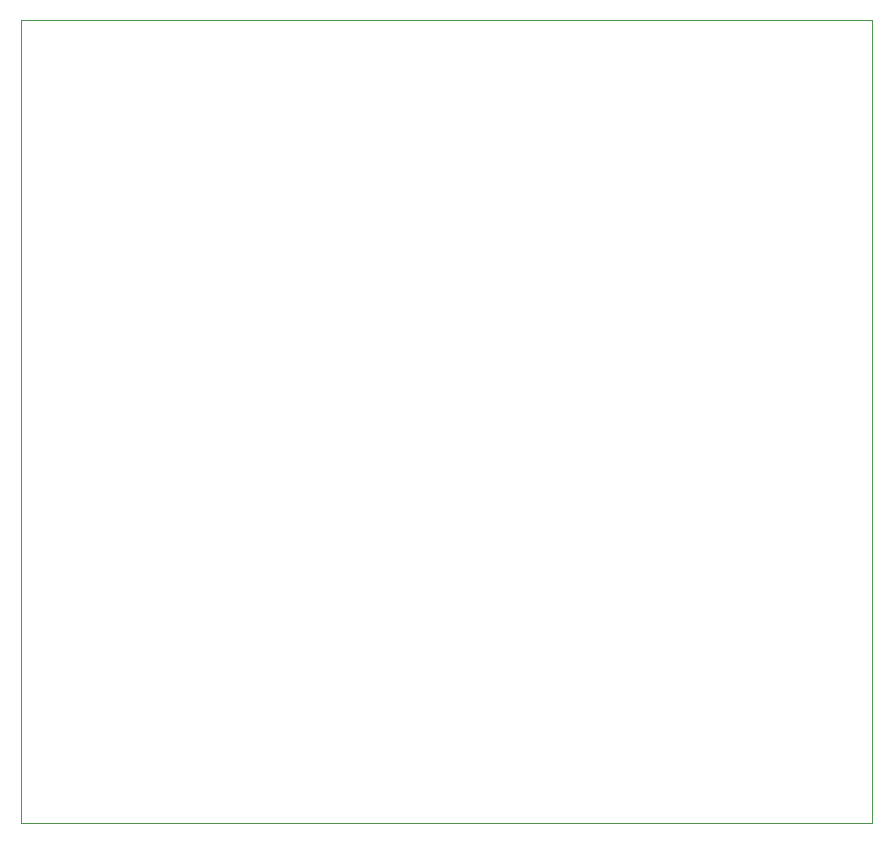
<source format=gbo>
G75*
%MOIN*%
%OFA0B0*%
%FSLAX24Y24*%
%IPPOS*%
%LPD*%
%AMOC8*
5,1,8,0,0,1.08239X$1,22.5*
%
%ADD10C,0.0000*%
D10*
X008434Y000694D02*
X008434Y027465D01*
X036781Y027465D01*
X036781Y000694D01*
X008434Y000694D01*
M02*

</source>
